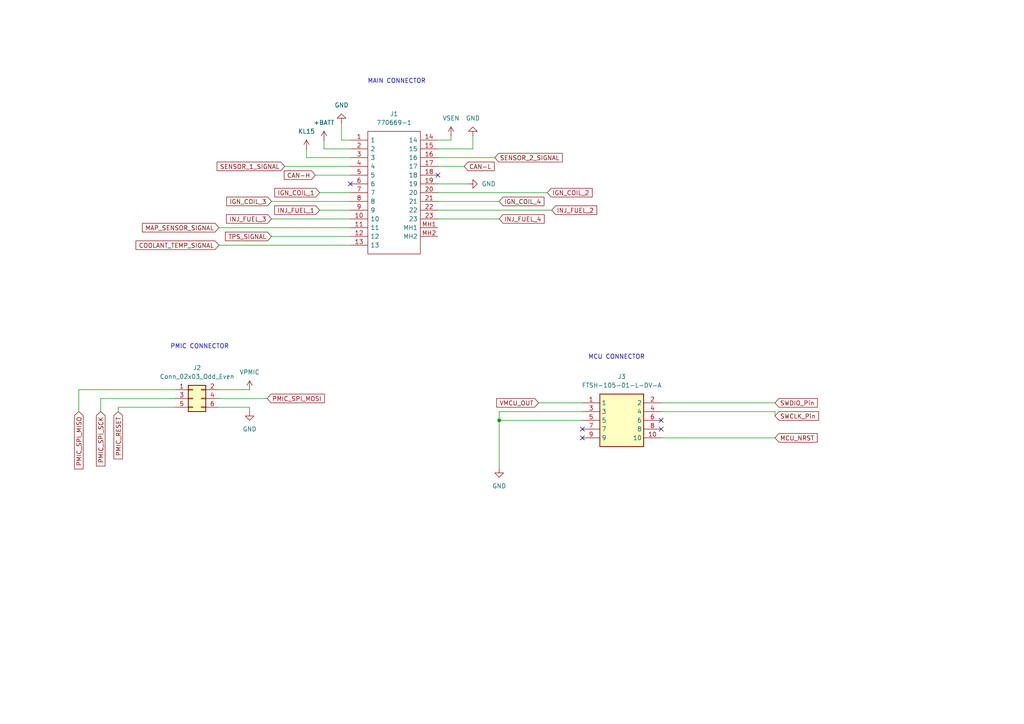
<source format=kicad_sch>
(kicad_sch
	(version 20250114)
	(generator "eeschema")
	(generator_version "9.0")
	(uuid "f02c414d-478f-4e74-af63-766c2d06aac9")
	(paper "A4")
	(lib_symbols
		(symbol "770669-1:770669-1"
			(pin_names
				(offset 0.762)
			)
			(exclude_from_sim no)
			(in_bom yes)
			(on_board yes)
			(property "Reference" "J"
				(at 21.59 7.62 0)
				(effects
					(font
						(size 1.27 1.27)
					)
					(justify left)
				)
			)
			(property "Value" "770669-1"
				(at 21.59 5.08 0)
				(effects
					(font
						(size 1.27 1.27)
					)
					(justify left)
				)
			)
			(property "Footprint" "7706691"
				(at 21.59 2.54 0)
				(effects
					(font
						(size 1.27 1.27)
					)
					(justify left)
					(hide yes)
				)
			)
			(property "Datasheet" "https://www.te.com/commerce/DocumentDelivery/DDEController?Action=srchrtrv&DocNm=1-1773979-2&DocType=Data%20Sheet&DocLang=English&PartCntxt=770669-1&DocFormat=pdf"
				(at 21.59 0 0)
				(effects
					(font
						(size 1.27 1.27)
					)
					(justify left)
					(hide yes)
				)
			)
			(property "Description" "Body Features: Connector & Keying Code 1 | Primary Product Color Black | Configuration Features: Number of Rows 3 | PCB Mount Orientation Right Angle | Number of Positions 23 | Contact Features: Contact Mating Area Plating Material Tin | Contact Current Rating (Max) 8 AMP | Contact Type Pin | Housing Features: Centerline (Pitch) 4 MM | Centerline (Pitch) .157 INCH | Industry Standards: UL Flammability Rating UL 94V-0 | Mechanical Attachment: PCB Mount Retention With | PCB Mount Alignment With | Connector Mo"
				(at 0 0 0)
				(effects
					(font
						(size 1.27 1.27)
					)
					(hide yes)
				)
			)
			(property "Description_1" "Body Features: Connector & Keying Code 1 | Primary Product Color Black | Configuration Features: Number of Rows 3 | PCB Mount Orientation Right Angle | Number of Positions 23 | Contact Features: Contact Mating Area Plating Material Tin | Contact Current Rating (Max) 8 AMP | Contact Type Pin | Housing Features: Centerline (Pitch) 4 MM | Centerline (Pitch) .157 INCH | Industry Standards: UL Flammability Rating UL 94V-0 | Mechanical Attachment: PCB Mount Retention With | PCB Mount Alignment With | Connector Mo"
				(at 21.59 -2.54 0)
				(effects
					(font
						(size 1.27 1.27)
					)
					(justify left)
					(hide yes)
				)
			)
			(property "Height" "32.3"
				(at 21.59 -5.08 0)
				(effects
					(font
						(size 1.27 1.27)
					)
					(justify left)
					(hide yes)
				)
			)
			(property "Mouser Part Number" "571-770669-1"
				(at 21.59 -7.62 0)
				(effects
					(font
						(size 1.27 1.27)
					)
					(justify left)
					(hide yes)
				)
			)
			(property "Mouser Price/Stock" "https://www.mouser.co.uk/ProductDetail/TE-Connectivity/770669-1?qs=bVE8zYB%2Fq2eQrARJAzxzTA%3D%3D"
				(at 21.59 -10.16 0)
				(effects
					(font
						(size 1.27 1.27)
					)
					(justify left)
					(hide yes)
				)
			)
			(property "Manufacturer_Name" "TE Connectivity"
				(at 21.59 -12.7 0)
				(effects
					(font
						(size 1.27 1.27)
					)
					(justify left)
					(hide yes)
				)
			)
			(property "Manufacturer_Part_Number" "770669-1"
				(at 21.59 -15.24 0)
				(effects
					(font
						(size 1.27 1.27)
					)
					(justify left)
					(hide yes)
				)
			)
			(symbol "770669-1_0_0"
				(pin passive line
					(at 0 0 0)
					(length 5.08)
					(name "1"
						(effects
							(font
								(size 1.27 1.27)
							)
						)
					)
					(number "1"
						(effects
							(font
								(size 1.27 1.27)
							)
						)
					)
				)
				(pin passive line
					(at 0 -2.54 0)
					(length 5.08)
					(name "2"
						(effects
							(font
								(size 1.27 1.27)
							)
						)
					)
					(number "2"
						(effects
							(font
								(size 1.27 1.27)
							)
						)
					)
				)
				(pin passive line
					(at 0 -5.08 0)
					(length 5.08)
					(name "3"
						(effects
							(font
								(size 1.27 1.27)
							)
						)
					)
					(number "3"
						(effects
							(font
								(size 1.27 1.27)
							)
						)
					)
				)
				(pin passive line
					(at 0 -7.62 0)
					(length 5.08)
					(name "4"
						(effects
							(font
								(size 1.27 1.27)
							)
						)
					)
					(number "4"
						(effects
							(font
								(size 1.27 1.27)
							)
						)
					)
				)
				(pin passive line
					(at 0 -10.16 0)
					(length 5.08)
					(name "5"
						(effects
							(font
								(size 1.27 1.27)
							)
						)
					)
					(number "5"
						(effects
							(font
								(size 1.27 1.27)
							)
						)
					)
				)
				(pin passive line
					(at 0 -12.7 0)
					(length 5.08)
					(name "6"
						(effects
							(font
								(size 1.27 1.27)
							)
						)
					)
					(number "6"
						(effects
							(font
								(size 1.27 1.27)
							)
						)
					)
				)
				(pin passive line
					(at 0 -15.24 0)
					(length 5.08)
					(name "7"
						(effects
							(font
								(size 1.27 1.27)
							)
						)
					)
					(number "7"
						(effects
							(font
								(size 1.27 1.27)
							)
						)
					)
				)
				(pin passive line
					(at 0 -17.78 0)
					(length 5.08)
					(name "8"
						(effects
							(font
								(size 1.27 1.27)
							)
						)
					)
					(number "8"
						(effects
							(font
								(size 1.27 1.27)
							)
						)
					)
				)
				(pin passive line
					(at 0 -20.32 0)
					(length 5.08)
					(name "9"
						(effects
							(font
								(size 1.27 1.27)
							)
						)
					)
					(number "9"
						(effects
							(font
								(size 1.27 1.27)
							)
						)
					)
				)
				(pin passive line
					(at 0 -22.86 0)
					(length 5.08)
					(name "10"
						(effects
							(font
								(size 1.27 1.27)
							)
						)
					)
					(number "10"
						(effects
							(font
								(size 1.27 1.27)
							)
						)
					)
				)
				(pin passive line
					(at 0 -25.4 0)
					(length 5.08)
					(name "11"
						(effects
							(font
								(size 1.27 1.27)
							)
						)
					)
					(number "11"
						(effects
							(font
								(size 1.27 1.27)
							)
						)
					)
				)
				(pin passive line
					(at 0 -27.94 0)
					(length 5.08)
					(name "12"
						(effects
							(font
								(size 1.27 1.27)
							)
						)
					)
					(number "12"
						(effects
							(font
								(size 1.27 1.27)
							)
						)
					)
				)
				(pin passive line
					(at 0 -30.48 0)
					(length 5.08)
					(name "13"
						(effects
							(font
								(size 1.27 1.27)
							)
						)
					)
					(number "13"
						(effects
							(font
								(size 1.27 1.27)
							)
						)
					)
				)
				(pin passive line
					(at 25.4 0 180)
					(length 5.08)
					(name "14"
						(effects
							(font
								(size 1.27 1.27)
							)
						)
					)
					(number "14"
						(effects
							(font
								(size 1.27 1.27)
							)
						)
					)
				)
				(pin passive line
					(at 25.4 -2.54 180)
					(length 5.08)
					(name "15"
						(effects
							(font
								(size 1.27 1.27)
							)
						)
					)
					(number "15"
						(effects
							(font
								(size 1.27 1.27)
							)
						)
					)
				)
				(pin passive line
					(at 25.4 -5.08 180)
					(length 5.08)
					(name "16"
						(effects
							(font
								(size 1.27 1.27)
							)
						)
					)
					(number "16"
						(effects
							(font
								(size 1.27 1.27)
							)
						)
					)
				)
				(pin passive line
					(at 25.4 -7.62 180)
					(length 5.08)
					(name "17"
						(effects
							(font
								(size 1.27 1.27)
							)
						)
					)
					(number "17"
						(effects
							(font
								(size 1.27 1.27)
							)
						)
					)
				)
				(pin passive line
					(at 25.4 -10.16 180)
					(length 5.08)
					(name "18"
						(effects
							(font
								(size 1.27 1.27)
							)
						)
					)
					(number "18"
						(effects
							(font
								(size 1.27 1.27)
							)
						)
					)
				)
				(pin passive line
					(at 25.4 -12.7 180)
					(length 5.08)
					(name "19"
						(effects
							(font
								(size 1.27 1.27)
							)
						)
					)
					(number "19"
						(effects
							(font
								(size 1.27 1.27)
							)
						)
					)
				)
				(pin passive line
					(at 25.4 -15.24 180)
					(length 5.08)
					(name "20"
						(effects
							(font
								(size 1.27 1.27)
							)
						)
					)
					(number "20"
						(effects
							(font
								(size 1.27 1.27)
							)
						)
					)
				)
				(pin passive line
					(at 25.4 -17.78 180)
					(length 5.08)
					(name "21"
						(effects
							(font
								(size 1.27 1.27)
							)
						)
					)
					(number "21"
						(effects
							(font
								(size 1.27 1.27)
							)
						)
					)
				)
				(pin passive line
					(at 25.4 -20.32 180)
					(length 5.08)
					(name "22"
						(effects
							(font
								(size 1.27 1.27)
							)
						)
					)
					(number "22"
						(effects
							(font
								(size 1.27 1.27)
							)
						)
					)
				)
				(pin passive line
					(at 25.4 -22.86 180)
					(length 5.08)
					(name "23"
						(effects
							(font
								(size 1.27 1.27)
							)
						)
					)
					(number "23"
						(effects
							(font
								(size 1.27 1.27)
							)
						)
					)
				)
				(pin passive line
					(at 25.4 -25.4 180)
					(length 5.08)
					(name "MH1"
						(effects
							(font
								(size 1.27 1.27)
							)
						)
					)
					(number "MH1"
						(effects
							(font
								(size 1.27 1.27)
							)
						)
					)
				)
				(pin passive line
					(at 25.4 -27.94 180)
					(length 5.08)
					(name "MH2"
						(effects
							(font
								(size 1.27 1.27)
							)
						)
					)
					(number "MH2"
						(effects
							(font
								(size 1.27 1.27)
							)
						)
					)
				)
			)
			(symbol "770669-1_0_1"
				(polyline
					(pts
						(xy 5.08 2.54) (xy 20.32 2.54) (xy 20.32 -33.02) (xy 5.08 -33.02) (xy 5.08 2.54)
					)
					(stroke
						(width 0.1524)
						(type solid)
					)
					(fill
						(type none)
					)
				)
			)
			(embedded_fonts no)
		)
		(symbol "Connector_Generic:Conn_02x03_Odd_Even"
			(pin_names
				(offset 1.016)
				(hide yes)
			)
			(exclude_from_sim no)
			(in_bom yes)
			(on_board yes)
			(property "Reference" "J"
				(at 1.27 5.08 0)
				(effects
					(font
						(size 1.27 1.27)
					)
				)
			)
			(property "Value" "Conn_02x03_Odd_Even"
				(at 1.27 -5.08 0)
				(effects
					(font
						(size 1.27 1.27)
					)
				)
			)
			(property "Footprint" ""
				(at 0 0 0)
				(effects
					(font
						(size 1.27 1.27)
					)
					(hide yes)
				)
			)
			(property "Datasheet" "~"
				(at 0 0 0)
				(effects
					(font
						(size 1.27 1.27)
					)
					(hide yes)
				)
			)
			(property "Description" "Generic connector, double row, 02x03, odd/even pin numbering scheme (row 1 odd numbers, row 2 even numbers), script generated (kicad-library-utils/schlib/autogen/connector/)"
				(at 0 0 0)
				(effects
					(font
						(size 1.27 1.27)
					)
					(hide yes)
				)
			)
			(property "ki_keywords" "connector"
				(at 0 0 0)
				(effects
					(font
						(size 1.27 1.27)
					)
					(hide yes)
				)
			)
			(property "ki_fp_filters" "Connector*:*_2x??_*"
				(at 0 0 0)
				(effects
					(font
						(size 1.27 1.27)
					)
					(hide yes)
				)
			)
			(symbol "Conn_02x03_Odd_Even_1_1"
				(rectangle
					(start -1.27 3.81)
					(end 3.81 -3.81)
					(stroke
						(width 0.254)
						(type default)
					)
					(fill
						(type background)
					)
				)
				(rectangle
					(start -1.27 2.667)
					(end 0 2.413)
					(stroke
						(width 0.1524)
						(type default)
					)
					(fill
						(type none)
					)
				)
				(rectangle
					(start -1.27 0.127)
					(end 0 -0.127)
					(stroke
						(width 0.1524)
						(type default)
					)
					(fill
						(type none)
					)
				)
				(rectangle
					(start -1.27 -2.413)
					(end 0 -2.667)
					(stroke
						(width 0.1524)
						(type default)
					)
					(fill
						(type none)
					)
				)
				(rectangle
					(start 3.81 2.667)
					(end 2.54 2.413)
					(stroke
						(width 0.1524)
						(type default)
					)
					(fill
						(type none)
					)
				)
				(rectangle
					(start 3.81 0.127)
					(end 2.54 -0.127)
					(stroke
						(width 0.1524)
						(type default)
					)
					(fill
						(type none)
					)
				)
				(rectangle
					(start 3.81 -2.413)
					(end 2.54 -2.667)
					(stroke
						(width 0.1524)
						(type default)
					)
					(fill
						(type none)
					)
				)
				(pin passive line
					(at -5.08 2.54 0)
					(length 3.81)
					(name "Pin_1"
						(effects
							(font
								(size 1.27 1.27)
							)
						)
					)
					(number "1"
						(effects
							(font
								(size 1.27 1.27)
							)
						)
					)
				)
				(pin passive line
					(at -5.08 0 0)
					(length 3.81)
					(name "Pin_3"
						(effects
							(font
								(size 1.27 1.27)
							)
						)
					)
					(number "3"
						(effects
							(font
								(size 1.27 1.27)
							)
						)
					)
				)
				(pin passive line
					(at -5.08 -2.54 0)
					(length 3.81)
					(name "Pin_5"
						(effects
							(font
								(size 1.27 1.27)
							)
						)
					)
					(number "5"
						(effects
							(font
								(size 1.27 1.27)
							)
						)
					)
				)
				(pin passive line
					(at 7.62 2.54 180)
					(length 3.81)
					(name "Pin_2"
						(effects
							(font
								(size 1.27 1.27)
							)
						)
					)
					(number "2"
						(effects
							(font
								(size 1.27 1.27)
							)
						)
					)
				)
				(pin passive line
					(at 7.62 0 180)
					(length 3.81)
					(name "Pin_4"
						(effects
							(font
								(size 1.27 1.27)
							)
						)
					)
					(number "4"
						(effects
							(font
								(size 1.27 1.27)
							)
						)
					)
				)
				(pin passive line
					(at 7.62 -2.54 180)
					(length 3.81)
					(name "Pin_6"
						(effects
							(font
								(size 1.27 1.27)
							)
						)
					)
					(number "6"
						(effects
							(font
								(size 1.27 1.27)
							)
						)
					)
				)
			)
			(embedded_fonts no)
		)
		(symbol "FTSH-105-01-L-DV-A:FTSH-105-01-L-DV-A"
			(exclude_from_sim no)
			(in_bom yes)
			(on_board yes)
			(property "Reference" "J"
				(at 19.05 7.62 0)
				(effects
					(font
						(size 1.27 1.27)
					)
					(justify left top)
				)
			)
			(property "Value" "FTSH-105-01-L-DV-A"
				(at 19.05 5.08 0)
				(effects
					(font
						(size 1.27 1.27)
					)
					(justify left top)
				)
			)
			(property "Footprint" "FTSH-105-XX-YYY-DV-A"
				(at 19.05 -94.92 0)
				(effects
					(font
						(size 1.27 1.27)
					)
					(justify left top)
					(hide yes)
				)
			)
			(property "Datasheet" "http://suddendocs.samtec.com/prints/ftsh-1xx-xx-xxx-dv-xxx-xxx-mkt.pdf"
				(at 19.05 -194.92 0)
				(effects
					(font
						(size 1.27 1.27)
					)
					(justify left top)
					(hide yes)
				)
			)
			(property "Description" "10 Position, High Reliability Header Strips, 0.050&quot; pitch"
				(at 0 0 0)
				(effects
					(font
						(size 1.27 1.27)
					)
					(hide yes)
				)
			)
			(property "Height" ""
				(at 19.05 -394.92 0)
				(effects
					(font
						(size 1.27 1.27)
					)
					(justify left top)
					(hide yes)
				)
			)
			(property "Mouser Part Number" "200-FTSH10501LDVA"
				(at 19.05 -494.92 0)
				(effects
					(font
						(size 1.27 1.27)
					)
					(justify left top)
					(hide yes)
				)
			)
			(property "Mouser Price/Stock" "https://www.mouser.co.uk/ProductDetail/Samtec/FTSH-105-01-L-DV-A?qs=vqM95g%252BRBeykLJELFbssPw%3D%3D"
				(at 19.05 -594.92 0)
				(effects
					(font
						(size 1.27 1.27)
					)
					(justify left top)
					(hide yes)
				)
			)
			(property "Manufacturer_Name" "SAMTEC"
				(at 19.05 -694.92 0)
				(effects
					(font
						(size 1.27 1.27)
					)
					(justify left top)
					(hide yes)
				)
			)
			(property "Manufacturer_Part_Number" "FTSH-105-01-L-DV-A"
				(at 19.05 -794.92 0)
				(effects
					(font
						(size 1.27 1.27)
					)
					(justify left top)
					(hide yes)
				)
			)
			(symbol "FTSH-105-01-L-DV-A_1_1"
				(rectangle
					(start 5.08 2.54)
					(end 17.78 -12.7)
					(stroke
						(width 0.254)
						(type default)
					)
					(fill
						(type background)
					)
				)
				(pin passive line
					(at 0 0 0)
					(length 5.08)
					(name "1"
						(effects
							(font
								(size 1.27 1.27)
							)
						)
					)
					(number "1"
						(effects
							(font
								(size 1.27 1.27)
							)
						)
					)
				)
				(pin passive line
					(at 0 -2.54 0)
					(length 5.08)
					(name "3"
						(effects
							(font
								(size 1.27 1.27)
							)
						)
					)
					(number "3"
						(effects
							(font
								(size 1.27 1.27)
							)
						)
					)
				)
				(pin passive line
					(at 0 -5.08 0)
					(length 5.08)
					(name "5"
						(effects
							(font
								(size 1.27 1.27)
							)
						)
					)
					(number "5"
						(effects
							(font
								(size 1.27 1.27)
							)
						)
					)
				)
				(pin passive line
					(at 0 -7.62 0)
					(length 5.08)
					(name "7"
						(effects
							(font
								(size 1.27 1.27)
							)
						)
					)
					(number "7"
						(effects
							(font
								(size 1.27 1.27)
							)
						)
					)
				)
				(pin passive line
					(at 0 -10.16 0)
					(length 5.08)
					(name "9"
						(effects
							(font
								(size 1.27 1.27)
							)
						)
					)
					(number "9"
						(effects
							(font
								(size 1.27 1.27)
							)
						)
					)
				)
				(pin passive line
					(at 22.86 0 180)
					(length 5.08)
					(name "2"
						(effects
							(font
								(size 1.27 1.27)
							)
						)
					)
					(number "2"
						(effects
							(font
								(size 1.27 1.27)
							)
						)
					)
				)
				(pin passive line
					(at 22.86 -2.54 180)
					(length 5.08)
					(name "4"
						(effects
							(font
								(size 1.27 1.27)
							)
						)
					)
					(number "4"
						(effects
							(font
								(size 1.27 1.27)
							)
						)
					)
				)
				(pin passive line
					(at 22.86 -5.08 180)
					(length 5.08)
					(name "6"
						(effects
							(font
								(size 1.27 1.27)
							)
						)
					)
					(number "6"
						(effects
							(font
								(size 1.27 1.27)
							)
						)
					)
				)
				(pin passive line
					(at 22.86 -7.62 180)
					(length 5.08)
					(name "8"
						(effects
							(font
								(size 1.27 1.27)
							)
						)
					)
					(number "8"
						(effects
							(font
								(size 1.27 1.27)
							)
						)
					)
				)
				(pin passive line
					(at 22.86 -10.16 180)
					(length 5.08)
					(name "10"
						(effects
							(font
								(size 1.27 1.27)
							)
						)
					)
					(number "10"
						(effects
							(font
								(size 1.27 1.27)
							)
						)
					)
				)
			)
			(embedded_fonts no)
		)
		(symbol "power:+5V"
			(power)
			(pin_numbers
				(hide yes)
			)
			(pin_names
				(offset 0)
				(hide yes)
			)
			(exclude_from_sim no)
			(in_bom yes)
			(on_board yes)
			(property "Reference" "#PWR"
				(at 0 -3.81 0)
				(effects
					(font
						(size 1.27 1.27)
					)
					(hide yes)
				)
			)
			(property "Value" "+5V"
				(at 0 3.556 0)
				(effects
					(font
						(size 1.27 1.27)
					)
				)
			)
			(property "Footprint" ""
				(at 0 0 0)
				(effects
					(font
						(size 1.27 1.27)
					)
					(hide yes)
				)
			)
			(property "Datasheet" ""
				(at 0 0 0)
				(effects
					(font
						(size 1.27 1.27)
					)
					(hide yes)
				)
			)
			(property "Description" "Power symbol creates a global label with name \"+5V\""
				(at 0 0 0)
				(effects
					(font
						(size 1.27 1.27)
					)
					(hide yes)
				)
			)
			(property "ki_keywords" "global power"
				(at 0 0 0)
				(effects
					(font
						(size 1.27 1.27)
					)
					(hide yes)
				)
			)
			(symbol "+5V_0_1"
				(polyline
					(pts
						(xy -0.762 1.27) (xy 0 2.54)
					)
					(stroke
						(width 0)
						(type default)
					)
					(fill
						(type none)
					)
				)
				(polyline
					(pts
						(xy 0 2.54) (xy 0.762 1.27)
					)
					(stroke
						(width 0)
						(type default)
					)
					(fill
						(type none)
					)
				)
				(polyline
					(pts
						(xy 0 0) (xy 0 2.54)
					)
					(stroke
						(width 0)
						(type default)
					)
					(fill
						(type none)
					)
				)
			)
			(symbol "+5V_1_1"
				(pin power_in line
					(at 0 0 90)
					(length 0)
					(name "~"
						(effects
							(font
								(size 1.27 1.27)
							)
						)
					)
					(number "1"
						(effects
							(font
								(size 1.27 1.27)
							)
						)
					)
				)
			)
			(embedded_fonts no)
		)
		(symbol "power:+5VP"
			(power)
			(pin_numbers
				(hide yes)
			)
			(pin_names
				(offset 0)
				(hide yes)
			)
			(exclude_from_sim no)
			(in_bom yes)
			(on_board yes)
			(property "Reference" "#PWR"
				(at 0 -3.81 0)
				(effects
					(font
						(size 1.27 1.27)
					)
					(hide yes)
				)
			)
			(property "Value" "+5VP"
				(at 0 3.556 0)
				(effects
					(font
						(size 1.27 1.27)
					)
				)
			)
			(property "Footprint" ""
				(at 0 0 0)
				(effects
					(font
						(size 1.27 1.27)
					)
					(hide yes)
				)
			)
			(property "Datasheet" ""
				(at 0 0 0)
				(effects
					(font
						(size 1.27 1.27)
					)
					(hide yes)
				)
			)
			(property "Description" "Power symbol creates a global label with name \"+5VP\""
				(at 0 0 0)
				(effects
					(font
						(size 1.27 1.27)
					)
					(hide yes)
				)
			)
			(property "ki_keywords" "global power"
				(at 0 0 0)
				(effects
					(font
						(size 1.27 1.27)
					)
					(hide yes)
				)
			)
			(symbol "+5VP_0_1"
				(polyline
					(pts
						(xy -0.762 1.27) (xy 0 2.54)
					)
					(stroke
						(width 0)
						(type default)
					)
					(fill
						(type none)
					)
				)
				(polyline
					(pts
						(xy 0 2.54) (xy 0.762 1.27)
					)
					(stroke
						(width 0)
						(type default)
					)
					(fill
						(type none)
					)
				)
				(polyline
					(pts
						(xy 0 0) (xy 0 2.54)
					)
					(stroke
						(width 0)
						(type default)
					)
					(fill
						(type none)
					)
				)
			)
			(symbol "+5VP_1_1"
				(pin power_in line
					(at 0 0 90)
					(length 0)
					(name "~"
						(effects
							(font
								(size 1.27 1.27)
							)
						)
					)
					(number "1"
						(effects
							(font
								(size 1.27 1.27)
							)
						)
					)
				)
			)
			(embedded_fonts no)
		)
		(symbol "power:+BATT"
			(power)
			(pin_numbers
				(hide yes)
			)
			(pin_names
				(offset 0)
				(hide yes)
			)
			(exclude_from_sim no)
			(in_bom yes)
			(on_board yes)
			(property "Reference" "#PWR"
				(at 0 -3.81 0)
				(effects
					(font
						(size 1.27 1.27)
					)
					(hide yes)
				)
			)
			(property "Value" "+BATT"
				(at 0 3.556 0)
				(effects
					(font
						(size 1.27 1.27)
					)
				)
			)
			(property "Footprint" ""
				(at 0 0 0)
				(effects
					(font
						(size 1.27 1.27)
					)
					(hide yes)
				)
			)
			(property "Datasheet" ""
				(at 0 0 0)
				(effects
					(font
						(size 1.27 1.27)
					)
					(hide yes)
				)
			)
			(property "Description" "Power symbol creates a global label with name \"+BATT\""
				(at 0 0 0)
				(effects
					(font
						(size 1.27 1.27)
					)
					(hide yes)
				)
			)
			(property "ki_keywords" "global power battery"
				(at 0 0 0)
				(effects
					(font
						(size 1.27 1.27)
					)
					(hide yes)
				)
			)
			(symbol "+BATT_0_1"
				(polyline
					(pts
						(xy -0.762 1.27) (xy 0 2.54)
					)
					(stroke
						(width 0)
						(type default)
					)
					(fill
						(type none)
					)
				)
				(polyline
					(pts
						(xy 0 2.54) (xy 0.762 1.27)
					)
					(stroke
						(width 0)
						(type default)
					)
					(fill
						(type none)
					)
				)
				(polyline
					(pts
						(xy 0 0) (xy 0 2.54)
					)
					(stroke
						(width 0)
						(type default)
					)
					(fill
						(type none)
					)
				)
			)
			(symbol "+BATT_1_1"
				(pin power_in line
					(at 0 0 90)
					(length 0)
					(name "~"
						(effects
							(font
								(size 1.27 1.27)
							)
						)
					)
					(number "1"
						(effects
							(font
								(size 1.27 1.27)
							)
						)
					)
				)
			)
			(embedded_fonts no)
		)
		(symbol "power:+VSW"
			(power)
			(pin_numbers
				(hide yes)
			)
			(pin_names
				(offset 0)
				(hide yes)
			)
			(exclude_from_sim no)
			(in_bom yes)
			(on_board yes)
			(property "Reference" "#PWR"
				(at 0 -3.81 0)
				(effects
					(font
						(size 1.27 1.27)
					)
					(hide yes)
				)
			)
			(property "Value" "+VSW"
				(at 0 3.556 0)
				(effects
					(font
						(size 1.27 1.27)
					)
				)
			)
			(property "Footprint" ""
				(at 0 0 0)
				(effects
					(font
						(size 1.27 1.27)
					)
					(hide yes)
				)
			)
			(property "Datasheet" ""
				(at 0 0 0)
				(effects
					(font
						(size 1.27 1.27)
					)
					(hide yes)
				)
			)
			(property "Description" "Power symbol creates a global label with name \"+VSW\""
				(at 0 0 0)
				(effects
					(font
						(size 1.27 1.27)
					)
					(hide yes)
				)
			)
			(property "ki_keywords" "global power"
				(at 0 0 0)
				(effects
					(font
						(size 1.27 1.27)
					)
					(hide yes)
				)
			)
			(symbol "+VSW_0_1"
				(polyline
					(pts
						(xy -0.762 1.27) (xy 0 2.54)
					)
					(stroke
						(width 0)
						(type default)
					)
					(fill
						(type none)
					)
				)
				(polyline
					(pts
						(xy 0 2.54) (xy 0.762 1.27)
					)
					(stroke
						(width 0)
						(type default)
					)
					(fill
						(type none)
					)
				)
				(polyline
					(pts
						(xy 0 0) (xy 0 2.54)
					)
					(stroke
						(width 0)
						(type default)
					)
					(fill
						(type none)
					)
				)
			)
			(symbol "+VSW_1_1"
				(pin power_in line
					(at 0 0 90)
					(length 0)
					(name "~"
						(effects
							(font
								(size 1.27 1.27)
							)
						)
					)
					(number "1"
						(effects
							(font
								(size 1.27 1.27)
							)
						)
					)
				)
			)
			(embedded_fonts no)
		)
		(symbol "power:GND"
			(power)
			(pin_numbers
				(hide yes)
			)
			(pin_names
				(offset 0)
				(hide yes)
			)
			(exclude_from_sim no)
			(in_bom yes)
			(on_board yes)
			(property "Reference" "#PWR"
				(at 0 -6.35 0)
				(effects
					(font
						(size 1.27 1.27)
					)
					(hide yes)
				)
			)
			(property "Value" "GND"
				(at 0 -3.81 0)
				(effects
					(font
						(size 1.27 1.27)
					)
				)
			)
			(property "Footprint" ""
				(at 0 0 0)
				(effects
					(font
						(size 1.27 1.27)
					)
					(hide yes)
				)
			)
			(property "Datasheet" ""
				(at 0 0 0)
				(effects
					(font
						(size 1.27 1.27)
					)
					(hide yes)
				)
			)
			(property "Description" "Power symbol creates a global label with name \"GND\" , ground"
				(at 0 0 0)
				(effects
					(font
						(size 1.27 1.27)
					)
					(hide yes)
				)
			)
			(property "ki_keywords" "global power"
				(at 0 0 0)
				(effects
					(font
						(size 1.27 1.27)
					)
					(hide yes)
				)
			)
			(symbol "GND_0_1"
				(polyline
					(pts
						(xy 0 0) (xy 0 -1.27) (xy 1.27 -1.27) (xy 0 -2.54) (xy -1.27 -1.27) (xy 0 -1.27)
					)
					(stroke
						(width 0)
						(type default)
					)
					(fill
						(type none)
					)
				)
			)
			(symbol "GND_1_1"
				(pin power_in line
					(at 0 0 270)
					(length 0)
					(name "~"
						(effects
							(font
								(size 1.27 1.27)
							)
						)
					)
					(number "1"
						(effects
							(font
								(size 1.27 1.27)
							)
						)
					)
				)
			)
			(embedded_fonts no)
		)
	)
	(text "MCU CONNECTOR"
		(exclude_from_sim no)
		(at 178.816 103.632 0)
		(effects
			(font
				(size 1.27 1.27)
			)
		)
		(uuid "bc7954ef-0bf8-4efc-8842-17d52ff7e556")
	)
	(text "MAIN CONNECTOR"
		(exclude_from_sim no)
		(at 115.062 23.622 0)
		(effects
			(font
				(size 1.27 1.27)
			)
		)
		(uuid "c96c824d-40ca-4d7c-909a-17f6e1bd04d7")
	)
	(text "PMIC CONNECTOR\n"
		(exclude_from_sim no)
		(at 57.912 100.584 0)
		(effects
			(font
				(size 1.27 1.27)
			)
		)
		(uuid "faeb858f-acd1-4be8-8cb2-56748658d65a")
	)
	(junction
		(at 144.78 121.92)
		(diameter 0)
		(color 0 0 0 0)
		(uuid "63501f38-a9af-4ac5-8962-b3094aa7ba96")
	)
	(no_connect
		(at 101.6 53.34)
		(uuid "17878b96-5d28-4416-9691-165160943325")
	)
	(no_connect
		(at 127 50.8)
		(uuid "1e45c45a-180d-4067-b563-d8501b1851e8")
	)
	(no_connect
		(at 168.91 124.46)
		(uuid "24f57882-c6f6-4a2d-8ae4-265a84d03d0e")
	)
	(no_connect
		(at 168.91 127)
		(uuid "3fec55fb-f212-401f-b946-54d4e93527ed")
	)
	(no_connect
		(at 191.77 124.46)
		(uuid "979ae37b-256f-4f13-b022-d5ad630d3f7c")
	)
	(no_connect
		(at 191.77 121.92)
		(uuid "af184b6d-fd31-412d-866b-a0422f30fa9e")
	)
	(wire
		(pts
			(xy 29.21 115.57) (xy 50.8 115.57)
		)
		(stroke
			(width 0)
			(type default)
		)
		(uuid "03d9fe2b-4f48-47dd-90f0-a054da548111")
	)
	(wire
		(pts
			(xy 99.06 40.64) (xy 101.6 40.64)
		)
		(stroke
			(width 0)
			(type default)
		)
		(uuid "09ffc6c5-4dc4-492c-9f46-2fab1fcebbeb")
	)
	(wire
		(pts
			(xy 88.9 45.72) (xy 101.6 45.72)
		)
		(stroke
			(width 0)
			(type default)
		)
		(uuid "126c3625-1c3d-4f9b-a650-e7d1f5954b78")
	)
	(wire
		(pts
			(xy 168.91 119.38) (xy 144.78 119.38)
		)
		(stroke
			(width 0)
			(type default)
		)
		(uuid "16f1f8a3-f6d1-41cb-af77-5529a2654001")
	)
	(wire
		(pts
			(xy 63.5 115.57) (xy 77.47 115.57)
		)
		(stroke
			(width 0)
			(type default)
		)
		(uuid "185e463d-dbe0-4ed0-afa2-d62db29591a0")
	)
	(wire
		(pts
			(xy 127 63.5) (xy 144.78 63.5)
		)
		(stroke
			(width 0)
			(type default)
		)
		(uuid "1e642b6c-8b78-416c-a420-05c4a3054986")
	)
	(wire
		(pts
			(xy 127 45.72) (xy 143.51 45.72)
		)
		(stroke
			(width 0)
			(type default)
		)
		(uuid "3509528f-75a8-4a83-a58e-953e9f5a052f")
	)
	(wire
		(pts
			(xy 63.5 118.11) (xy 72.39 118.11)
		)
		(stroke
			(width 0)
			(type default)
		)
		(uuid "378af4f1-8647-476e-b242-3fb69c018604")
	)
	(wire
		(pts
			(xy 130.81 40.64) (xy 130.81 39.37)
		)
		(stroke
			(width 0)
			(type default)
		)
		(uuid "402e7a40-500d-4575-821f-54132847c7ae")
	)
	(wire
		(pts
			(xy 191.77 127) (xy 224.79 127)
		)
		(stroke
			(width 0)
			(type default)
		)
		(uuid "47c1e989-64c3-4898-b2af-a51be7b910d5")
	)
	(wire
		(pts
			(xy 127 58.42) (xy 144.78 58.42)
		)
		(stroke
			(width 0)
			(type default)
		)
		(uuid "538478bf-a089-4495-827b-a201d2f5f479")
	)
	(wire
		(pts
			(xy 144.78 121.92) (xy 168.91 121.92)
		)
		(stroke
			(width 0)
			(type default)
		)
		(uuid "554561be-7d78-49b9-9d46-53056af4a19e")
	)
	(wire
		(pts
			(xy 191.77 119.38) (xy 224.79 119.38)
		)
		(stroke
			(width 0)
			(type default)
		)
		(uuid "55b3a590-85a6-44d7-ae17-9bfcd9385f5d")
	)
	(wire
		(pts
			(xy 92.71 60.96) (xy 101.6 60.96)
		)
		(stroke
			(width 0)
			(type default)
		)
		(uuid "5718affa-baf8-4f13-9c0d-d8a0df3fa616")
	)
	(wire
		(pts
			(xy 63.5 66.04) (xy 101.6 66.04)
		)
		(stroke
			(width 0)
			(type default)
		)
		(uuid "57e64fc4-d296-45d8-b8c4-1a03e70247a5")
	)
	(wire
		(pts
			(xy 88.9 43.18) (xy 88.9 45.72)
		)
		(stroke
			(width 0)
			(type default)
		)
		(uuid "5dec2386-dbad-4a96-9008-dba0b6f41046")
	)
	(wire
		(pts
			(xy 22.86 113.03) (xy 50.8 113.03)
		)
		(stroke
			(width 0)
			(type default)
		)
		(uuid "61a6ed42-a38d-4f48-8d4b-ea63d5ce83db")
	)
	(wire
		(pts
			(xy 34.29 118.11) (xy 50.8 118.11)
		)
		(stroke
			(width 0)
			(type default)
		)
		(uuid "63c4e84d-560d-4851-8eb9-9998e90c03c0")
	)
	(wire
		(pts
			(xy 78.74 63.5) (xy 101.6 63.5)
		)
		(stroke
			(width 0)
			(type default)
		)
		(uuid "6aa2dede-c438-4c0c-acc2-0ce8da1649c9")
	)
	(wire
		(pts
			(xy 72.39 119.38) (xy 72.39 118.11)
		)
		(stroke
			(width 0)
			(type default)
		)
		(uuid "6daee5fc-e11e-4c3e-b81c-817b4ee2534c")
	)
	(wire
		(pts
			(xy 78.74 58.42) (xy 101.6 58.42)
		)
		(stroke
			(width 0)
			(type default)
		)
		(uuid "79f5b11e-01ed-4942-904e-8c6122251408")
	)
	(wire
		(pts
			(xy 91.44 50.8) (xy 101.6 50.8)
		)
		(stroke
			(width 0)
			(type default)
		)
		(uuid "84cce617-be79-47d9-854a-77768871a3b8")
	)
	(wire
		(pts
			(xy 29.21 119.38) (xy 29.21 115.57)
		)
		(stroke
			(width 0)
			(type default)
		)
		(uuid "8a7a4731-0a8e-4e2c-9782-1281430e7685")
	)
	(wire
		(pts
			(xy 156.21 116.84) (xy 168.91 116.84)
		)
		(stroke
			(width 0)
			(type default)
		)
		(uuid "9386376b-6b63-489c-bdfc-6dfb9888beb8")
	)
	(wire
		(pts
			(xy 93.98 40.64) (xy 93.98 43.18)
		)
		(stroke
			(width 0)
			(type default)
		)
		(uuid "944216aa-8b02-4aae-b73b-83bf064a80ac")
	)
	(wire
		(pts
			(xy 93.98 43.18) (xy 101.6 43.18)
		)
		(stroke
			(width 0)
			(type default)
		)
		(uuid "99bfdd63-04d0-4e99-995d-81ff2d083707")
	)
	(wire
		(pts
			(xy 34.29 119.38) (xy 34.29 118.11)
		)
		(stroke
			(width 0)
			(type default)
		)
		(uuid "a1cd2177-8f95-452d-8e98-50de89fa01cd")
	)
	(wire
		(pts
			(xy 127 43.18) (xy 137.16 43.18)
		)
		(stroke
			(width 0)
			(type default)
		)
		(uuid "a6755b2d-3ebf-45b3-8b62-c96876279e01")
	)
	(wire
		(pts
			(xy 191.77 116.84) (xy 224.79 116.84)
		)
		(stroke
			(width 0)
			(type default)
		)
		(uuid "b1be30f9-7b4c-4ba7-b8c8-eb6945700f67")
	)
	(wire
		(pts
			(xy 137.16 43.18) (xy 137.16 39.37)
		)
		(stroke
			(width 0)
			(type default)
		)
		(uuid "b4fe7c1e-4f3b-4501-83bf-473df1a100fb")
	)
	(wire
		(pts
			(xy 127 53.34) (xy 135.89 53.34)
		)
		(stroke
			(width 0)
			(type default)
		)
		(uuid "b9047b72-b196-4034-84c7-4fee4a559514")
	)
	(wire
		(pts
			(xy 127 55.88) (xy 158.75 55.88)
		)
		(stroke
			(width 0)
			(type default)
		)
		(uuid "b9f2aea0-8bc3-493d-a179-9f5b7fea7c88")
	)
	(wire
		(pts
			(xy 99.06 35.56) (xy 99.06 40.64)
		)
		(stroke
			(width 0)
			(type default)
		)
		(uuid "c0192e3f-33bc-402b-8910-aaeb82a95b0c")
	)
	(wire
		(pts
			(xy 144.78 121.92) (xy 144.78 135.89)
		)
		(stroke
			(width 0)
			(type default)
		)
		(uuid "c17326df-9a9d-4465-88a1-9a9950d421a2")
	)
	(wire
		(pts
			(xy 127 60.96) (xy 160.02 60.96)
		)
		(stroke
			(width 0)
			(type default)
		)
		(uuid "c3ce1d60-5d0e-4b2b-9ee6-4b789019c029")
	)
	(wire
		(pts
			(xy 63.5 71.12) (xy 101.6 71.12)
		)
		(stroke
			(width 0)
			(type default)
		)
		(uuid "c9ea460e-a178-4e1a-8751-dcf8f4861d33")
	)
	(wire
		(pts
			(xy 82.55 48.26) (xy 101.6 48.26)
		)
		(stroke
			(width 0)
			(type default)
		)
		(uuid "ce43bbe7-9bcd-4eae-b876-8b6a04a496a1")
	)
	(wire
		(pts
			(xy 22.86 119.38) (xy 22.86 113.03)
		)
		(stroke
			(width 0)
			(type default)
		)
		(uuid "dd10c4af-e448-4ac7-b15c-68ec31a11271")
	)
	(wire
		(pts
			(xy 127 40.64) (xy 130.81 40.64)
		)
		(stroke
			(width 0)
			(type default)
		)
		(uuid "de7e8a98-2a52-4cab-ae28-5e68cb686d0c")
	)
	(wire
		(pts
			(xy 78.74 68.58) (xy 101.6 68.58)
		)
		(stroke
			(width 0)
			(type default)
		)
		(uuid "e4e8479c-7e52-42b8-a121-4f8af56c17d7")
	)
	(wire
		(pts
			(xy 127 48.26) (xy 134.62 48.26)
		)
		(stroke
			(width 0)
			(type default)
		)
		(uuid "e75d8c0a-63ce-4d1e-ac2e-80fd9c88717c")
	)
	(wire
		(pts
			(xy 224.79 119.38) (xy 224.79 120.65)
		)
		(stroke
			(width 0)
			(type default)
		)
		(uuid "e87948ac-984b-48e6-94d1-4971f618fd47")
	)
	(wire
		(pts
			(xy 92.71 55.88) (xy 101.6 55.88)
		)
		(stroke
			(width 0)
			(type default)
		)
		(uuid "f2462ef7-ee90-4195-8d12-4b5bf91fc4f9")
	)
	(wire
		(pts
			(xy 144.78 119.38) (xy 144.78 121.92)
		)
		(stroke
			(width 0)
			(type default)
		)
		(uuid "f789d9fa-86a9-4492-9425-0f158dfe64b5")
	)
	(wire
		(pts
			(xy 63.5 113.03) (xy 72.39 113.03)
		)
		(stroke
			(width 0)
			(type default)
		)
		(uuid "fbd307e4-e810-4b68-8dc3-e7726e2fab57")
	)
	(global_label "SENSOR_1_SIGNAL"
		(shape input)
		(at 82.55 48.26 180)
		(fields_autoplaced yes)
		(effects
			(font
				(size 1.27 1.27)
			)
			(justify right)
		)
		(uuid "22897da6-ec5c-4b5f-8d8c-7e57680b1361")
		(property "Intersheetrefs" "${INTERSHEET_REFS}"
			(at 62.3896 48.26 0)
			(effects
				(font
					(size 1.27 1.27)
				)
				(justify right)
				(hide yes)
			)
		)
	)
	(global_label "VMCU_OUT"
		(shape input)
		(at 156.21 116.84 180)
		(fields_autoplaced yes)
		(effects
			(font
				(size 1.27 1.27)
			)
			(justify right)
		)
		(uuid "26a96466-85f2-4d14-bd82-ce2b1047e12f")
		(property "Intersheetrefs" "${INTERSHEET_REFS}"
			(at 143.4881 116.84 0)
			(effects
				(font
					(size 1.27 1.27)
				)
				(justify right)
				(hide yes)
			)
		)
	)
	(global_label "INJ_FUEL_2"
		(shape input)
		(at 160.02 60.96 0)
		(fields_autoplaced yes)
		(effects
			(font
				(size 1.27 1.27)
			)
			(justify left)
		)
		(uuid "55eb51ca-10c1-432d-b75e-57123d039679")
		(property "Intersheetrefs" "${INTERSHEET_REFS}"
			(at 173.649 60.96 0)
			(effects
				(font
					(size 1.27 1.27)
				)
				(justify left)
				(hide yes)
			)
		)
	)
	(global_label "PMIC_SPI_MOSI"
		(shape input)
		(at 77.47 115.57 0)
		(fields_autoplaced yes)
		(effects
			(font
				(size 1.27 1.27)
			)
			(justify left)
		)
		(uuid "5c6b6855-9266-43a6-8199-373c495ba6af")
		(property "Intersheetrefs" "${INTERSHEET_REFS}"
			(at 94.6671 115.57 0)
			(effects
				(font
					(size 1.27 1.27)
				)
				(justify left)
				(hide yes)
			)
		)
	)
	(global_label "COOLANT_TEMP_SIGNAL"
		(shape input)
		(at 63.5 71.12 180)
		(fields_autoplaced yes)
		(effects
			(font
				(size 1.27 1.27)
			)
			(justify right)
		)
		(uuid "5cbae81e-4d97-4b05-a9ab-affc869fc4b9")
		(property "Intersheetrefs" "${INTERSHEET_REFS}"
			(at 51.141 71.12 0)
			(effects
				(font
					(size 1.27 1.27)
				)
				(justify right)
				(hide yes)
			)
		)
	)
	(global_label "IGN_COIL_2"
		(shape input)
		(at 158.75 55.88 0)
		(fields_autoplaced yes)
		(effects
			(font
				(size 1.27 1.27)
			)
			(justify left)
		)
		(uuid "5fcacdf0-e347-4dfd-b6bc-bc1dce6d47b5")
		(property "Intersheetrefs" "${INTERSHEET_REFS}"
			(at 172.3186 55.88 0)
			(effects
				(font
					(size 1.27 1.27)
				)
				(justify left)
				(hide yes)
			)
		)
	)
	(global_label "CAN-L"
		(shape input)
		(at 134.62 48.26 0)
		(fields_autoplaced yes)
		(effects
			(font
				(size 1.27 1.27)
			)
			(justify left)
		)
		(uuid "65215587-d5c0-4168-b1e4-efe90af67234")
		(property "Intersheetrefs" "${INTERSHEET_REFS}"
			(at 143.8948 48.26 0)
			(effects
				(font
					(size 1.27 1.27)
				)
				(justify left)
				(hide yes)
			)
		)
	)
	(global_label "SWDIO_Pin"
		(shape input)
		(at 224.79 116.84 0)
		(fields_autoplaced yes)
		(effects
			(font
				(size 1.27 1.27)
			)
			(justify left)
		)
		(uuid "6895bd5e-5d55-46cb-9022-062c2ddddc60")
		(property "Intersheetrefs" "${INTERSHEET_REFS}"
			(at 237.6328 116.84 0)
			(effects
				(font
					(size 1.27 1.27)
				)
				(justify left)
				(hide yes)
			)
		)
	)
	(global_label "PMIC_SPI_SCK"
		(shape input)
		(at 29.21 119.38 270)
		(fields_autoplaced yes)
		(effects
			(font
				(size 1.27 1.27)
			)
			(justify right)
		)
		(uuid "6cf0a808-0055-4d27-8698-1e300d5e9adb")
		(property "Intersheetrefs" "${INTERSHEET_REFS}"
			(at 29.21 135.7304 90)
			(effects
				(font
					(size 1.27 1.27)
				)
				(justify right)
				(hide yes)
			)
		)
	)
	(global_label "INJ_FUEL_4"
		(shape input)
		(at 144.78 63.5 0)
		(fields_autoplaced yes)
		(effects
			(font
				(size 1.27 1.27)
			)
			(justify left)
		)
		(uuid "731c1b3c-e3e9-4003-b49b-afc23a2f343c")
		(property "Intersheetrefs" "${INTERSHEET_REFS}"
			(at 158.409 63.5 0)
			(effects
				(font
					(size 1.27 1.27)
				)
				(justify left)
				(hide yes)
			)
		)
	)
	(global_label "INJ_FUEL_3"
		(shape input)
		(at 78.74 63.5 180)
		(fields_autoplaced yes)
		(effects
			(font
				(size 1.27 1.27)
			)
			(justify right)
		)
		(uuid "903b413b-c407-4467-92b5-759c747e6f2e")
		(property "Intersheetrefs" "${INTERSHEET_REFS}"
			(at 65.111 63.5 0)
			(effects
				(font
					(size 1.27 1.27)
				)
				(justify right)
				(hide yes)
			)
		)
	)
	(global_label "MCU_NRST"
		(shape input)
		(at 224.79 127 0)
		(fields_autoplaced yes)
		(effects
			(font
				(size 1.27 1.27)
			)
			(justify left)
		)
		(uuid "915e3ca8-d4a3-4fa5-b502-f65c369a1730")
		(property "Intersheetrefs" "${INTERSHEET_REFS}"
			(at 237.5723 127 0)
			(effects
				(font
					(size 1.27 1.27)
				)
				(justify left)
				(hide yes)
			)
		)
	)
	(global_label "IGN_COIL_4"
		(shape input)
		(at 144.78 58.42 0)
		(fields_autoplaced yes)
		(effects
			(font
				(size 1.27 1.27)
			)
			(justify left)
		)
		(uuid "9bc59f18-294e-4073-890a-7527c4db718b")
		(property "Intersheetrefs" "${INTERSHEET_REFS}"
			(at 158.3486 58.42 0)
			(effects
				(font
					(size 1.27 1.27)
				)
				(justify left)
				(hide yes)
			)
		)
	)
	(global_label "TPS_SIGNAL"
		(shape input)
		(at 78.74 68.58 180)
		(fields_autoplaced yes)
		(effects
			(font
				(size 1.27 1.27)
			)
			(justify right)
		)
		(uuid "a54b2943-379d-4630-aa44-43f506bb0853")
		(property "Intersheetrefs" "${INTERSHEET_REFS}"
			(at 66.381 68.58 0)
			(effects
				(font
					(size 1.27 1.27)
				)
				(justify right)
				(hide yes)
			)
		)
	)
	(global_label "PMIC_RESET"
		(shape input)
		(at 34.29 119.38 270)
		(fields_autoplaced yes)
		(effects
			(font
				(size 1.27 1.27)
			)
			(justify right)
		)
		(uuid "aa37e68a-71a0-4993-a3be-43138446c7e0")
		(property "Intersheetrefs" "${INTERSHEET_REFS}"
			(at 34.29 133.6741 90)
			(effects
				(font
					(size 1.27 1.27)
				)
				(justify right)
				(hide yes)
			)
		)
	)
	(global_label "SENSOR_2_SIGNAL"
		(shape input)
		(at 143.51 45.72 0)
		(fields_autoplaced yes)
		(effects
			(font
				(size 1.27 1.27)
			)
			(justify left)
		)
		(uuid "ab033507-0d51-4b22-81d4-63f365c884af")
		(property "Intersheetrefs" "${INTERSHEET_REFS}"
			(at 163.6704 45.72 0)
			(effects
				(font
					(size 1.27 1.27)
				)
				(justify left)
				(hide yes)
			)
		)
	)
	(global_label "MAP_SENSOR_SIGNAL"
		(shape input)
		(at 63.5 66.04 180)
		(fields_autoplaced yes)
		(effects
			(font
				(size 1.27 1.27)
			)
			(justify right)
		)
		(uuid "b1875e13-79d0-47e5-946f-ee4427751a91")
		(property "Intersheetrefs" "${INTERSHEET_REFS}"
			(at 51.141 66.04 0)
			(effects
				(font
					(size 1.27 1.27)
				)
				(justify right)
				(hide yes)
			)
		)
	)
	(global_label "SWCLK_Pin"
		(shape input)
		(at 224.79 120.65 0)
		(fields_autoplaced yes)
		(effects
			(font
				(size 1.27 1.27)
			)
			(justify left)
		)
		(uuid "bbc304ff-6266-48c9-894e-b8637b77f126")
		(property "Intersheetrefs" "${INTERSHEET_REFS}"
			(at 237.9956 120.65 0)
			(effects
				(font
					(size 1.27 1.27)
				)
				(justify left)
				(hide yes)
			)
		)
	)
	(global_label "PMIC_SPI_MISO"
		(shape input)
		(at 22.86 119.38 270)
		(fields_autoplaced yes)
		(effects
			(font
				(size 1.27 1.27)
			)
			(justify right)
		)
		(uuid "daa8b651-5de2-40ea-bc23-f522e51d3946")
		(property "Intersheetrefs" "${INTERSHEET_REFS}"
			(at 22.86 136.5771 90)
			(effects
				(font
					(size 1.27 1.27)
				)
				(justify right)
				(hide yes)
			)
		)
	)
	(global_label "IGN_COIL_1"
		(shape input)
		(at 92.71 55.88 180)
		(fields_autoplaced yes)
		(effects
			(font
				(size 1.27 1.27)
			)
			(justify right)
		)
		(uuid "ead0571c-505b-499d-ba9c-033b710e40e8")
		(property "Intersheetrefs" "${INTERSHEET_REFS}"
			(at 79.1414 55.88 0)
			(effects
				(font
					(size 1.27 1.27)
				)
				(justify right)
				(hide yes)
			)
		)
	)
	(global_label "CAN-H"
		(shape input)
		(at 91.44 50.8 180)
		(fields_autoplaced yes)
		(effects
			(font
				(size 1.27 1.27)
			)
			(justify right)
		)
		(uuid "ee49ce1b-0410-444a-a8f0-2ec5683de92c")
		(property "Intersheetrefs" "${INTERSHEET_REFS}"
			(at 81.8628 50.8 0)
			(effects
				(font
					(size 1.27 1.27)
				)
				(justify right)
				(hide yes)
			)
		)
	)
	(global_label "IGN_COIL_3"
		(shape input)
		(at 78.74 58.42 180)
		(fields_autoplaced yes)
		(effects
			(font
				(size 1.27 1.27)
			)
			(justify right)
		)
		(uuid "f211be93-1669-41c7-b55a-dfb995c699a9")
		(property "Intersheetrefs" "${INTERSHEET_REFS}"
			(at 65.1714 58.42 0)
			(effects
				(font
					(size 1.27 1.27)
				)
				(justify right)
				(hide yes)
			)
		)
	)
	(global_label "INJ_FUEL_1"
		(shape input)
		(at 92.71 60.96 180)
		(fields_autoplaced yes)
		(effects
			(font
				(size 1.27 1.27)
			)
			(justify right)
		)
		(uuid "fb431cd9-33ee-41e8-acf2-2f3f0686f98c")
		(property "Intersheetrefs" "${INTERSHEET_REFS}"
			(at 79.081 60.96 0)
			(effects
				(font
					(size 1.27 1.27)
				)
				(justify right)
				(hide yes)
			)
		)
	)
	(symbol
		(lib_id "power:+BATT")
		(at 93.98 40.64 0)
		(unit 1)
		(exclude_from_sim no)
		(in_bom yes)
		(on_board yes)
		(dnp no)
		(fields_autoplaced yes)
		(uuid "22722bca-58b6-4a19-8f75-a51834fcb879")
		(property "Reference" "#PWR068"
			(at 93.98 44.45 0)
			(effects
				(font
					(size 1.27 1.27)
				)
				(hide yes)
			)
		)
		(property "Value" "+BATT"
			(at 93.98 35.56 0)
			(effects
				(font
					(size 1.27 1.27)
				)
			)
		)
		(property "Footprint" ""
			(at 93.98 40.64 0)
			(effects
				(font
					(size 1.27 1.27)
				)
				(hide yes)
			)
		)
		(property "Datasheet" ""
			(at 93.98 40.64 0)
			(effects
				(font
					(size 1.27 1.27)
				)
				(hide yes)
			)
		)
		(property "Description" "Power symbol creates a global label with name \"+BATT\""
			(at 93.98 40.64 0)
			(effects
				(font
					(size 1.27 1.27)
				)
				(hide yes)
			)
		)
		(pin "1"
			(uuid "3005828f-72ad-46d5-94d6-8c9256f62d2e")
		)
		(instances
			(project "IgnitionController"
				(path "/96744ec0-1e7f-4d75-9985-0095978419e2/27bce65d-aace-450f-a5c6-7da7967f2b14"
					(reference "#PWR068")
					(unit 1)
				)
			)
		)
	)
	(symbol
		(lib_id "power:GND")
		(at 144.78 135.89 0)
		(unit 1)
		(exclude_from_sim no)
		(in_bom yes)
		(on_board yes)
		(dnp no)
		(fields_autoplaced yes)
		(uuid "321566b1-5b47-4aa4-8b7a-4fed0158e5fe")
		(property "Reference" "#PWR0134"
			(at 144.78 142.24 0)
			(effects
				(font
					(size 1.27 1.27)
				)
				(hide yes)
			)
		)
		(property "Value" "GND"
			(at 144.78 140.97 0)
			(effects
				(font
					(size 1.27 1.27)
				)
			)
		)
		(property "Footprint" ""
			(at 144.78 135.89 0)
			(effects
				(font
					(size 1.27 1.27)
				)
				(hide yes)
			)
		)
		(property "Datasheet" ""
			(at 144.78 135.89 0)
			(effects
				(font
					(size 1.27 1.27)
				)
				(hide yes)
			)
		)
		(property "Description" "Power symbol creates a global label with name \"GND\" , ground"
			(at 144.78 135.89 0)
			(effects
				(font
					(size 1.27 1.27)
				)
				(hide yes)
			)
		)
		(pin "1"
			(uuid "8db3b556-9be1-41fe-9ee5-2a1955037057")
		)
		(instances
			(project ""
				(path "/96744ec0-1e7f-4d75-9985-0095978419e2/27bce65d-aace-450f-a5c6-7da7967f2b14"
					(reference "#PWR0134")
					(unit 1)
				)
			)
		)
	)
	(symbol
		(lib_id "power:+5V")
		(at 130.81 39.37 0)
		(unit 1)
		(exclude_from_sim no)
		(in_bom yes)
		(on_board yes)
		(dnp no)
		(fields_autoplaced yes)
		(uuid "3e0b1964-2ebb-4a54-87b2-807572f7d190")
		(property "Reference" "#PWR081"
			(at 130.81 43.18 0)
			(effects
				(font
					(size 1.27 1.27)
				)
				(hide yes)
			)
		)
		(property "Value" "VSEN"
			(at 130.81 34.29 0)
			(effects
				(font
					(size 1.27 1.27)
				)
			)
		)
		(property "Footprint" ""
			(at 130.81 39.37 0)
			(effects
				(font
					(size 1.27 1.27)
				)
				(hide yes)
			)
		)
		(property "Datasheet" ""
			(at 130.81 39.37 0)
			(effects
				(font
					(size 1.27 1.27)
				)
				(hide yes)
			)
		)
		(property "Description" "Power symbol creates a global label with name \"+5V\""
			(at 130.81 39.37 0)
			(effects
				(font
					(size 1.27 1.27)
				)
				(hide yes)
			)
		)
		(pin "1"
			(uuid "f1280744-5b18-4e2d-a614-e1b5bcc8c8d5")
		)
		(instances
			(project "IgnitionController"
				(path "/96744ec0-1e7f-4d75-9985-0095978419e2/27bce65d-aace-450f-a5c6-7da7967f2b14"
					(reference "#PWR081")
					(unit 1)
				)
			)
		)
	)
	(symbol
		(lib_id "Connector_Generic:Conn_02x03_Odd_Even")
		(at 55.88 115.57 0)
		(unit 1)
		(exclude_from_sim no)
		(in_bom yes)
		(on_board yes)
		(dnp no)
		(fields_autoplaced yes)
		(uuid "4c4bdd86-d402-473e-91a3-820987b86302")
		(property "Reference" "J2"
			(at 57.15 106.68 0)
			(effects
				(font
					(size 1.27 1.27)
				)
			)
		)
		(property "Value" "Conn_02x03_Odd_Even"
			(at 57.15 109.22 0)
			(effects
				(font
					(size 1.27 1.27)
				)
			)
		)
		(property "Footprint" "Connector_IDC:IDC-Header_2x03_P2.54mm_Vertical"
			(at 55.88 115.57 0)
			(effects
				(font
					(size 1.27 1.27)
				)
				(hide yes)
			)
		)
		(property "Datasheet" "~"
			(at 55.88 115.57 0)
			(effects
				(font
					(size 1.27 1.27)
				)
				(hide yes)
			)
		)
		(property "Description" "Generic connector, double row, 02x03, odd/even pin numbering scheme (row 1 odd numbers, row 2 even numbers), script generated (kicad-library-utils/schlib/autogen/connector/)"
			(at 55.88 115.57 0)
			(effects
				(font
					(size 1.27 1.27)
				)
				(hide yes)
			)
		)
		(pin "5"
			(uuid "6f7743cf-6772-4f55-b701-37b8d0c6af45")
		)
		(pin "6"
			(uuid "f56c8269-75b1-4b31-bb17-81782df13643")
		)
		(pin "1"
			(uuid "2b2225d1-6154-4d9f-9eac-da0b97b61bbe")
		)
		(pin "2"
			(uuid "f9a10462-1d50-43d4-810d-c0f38a94be63")
		)
		(pin "3"
			(uuid "7e276e54-72a2-4a7f-a7e5-97fbb7d1e536")
		)
		(pin "4"
			(uuid "8ca03311-0c69-4233-b257-f6581535fedf")
		)
		(instances
			(project ""
				(path "/96744ec0-1e7f-4d75-9985-0095978419e2/27bce65d-aace-450f-a5c6-7da7967f2b14"
					(reference "J2")
					(unit 1)
				)
			)
		)
	)
	(symbol
		(lib_id "770669-1:770669-1")
		(at 101.6 40.64 0)
		(unit 1)
		(exclude_from_sim no)
		(in_bom yes)
		(on_board yes)
		(dnp no)
		(fields_autoplaced yes)
		(uuid "689fdf86-7614-4fb4-a62e-eb098e9b929d")
		(property "Reference" "J1"
			(at 114.3 33.02 0)
			(effects
				(font
					(size 1.27 1.27)
				)
			)
		)
		(property "Value" "770669-1"
			(at 114.3 35.56 0)
			(effects
				(font
					(size 1.27 1.27)
				)
			)
		)
		(property "Footprint" "7706691:7706691"
			(at 123.19 38.1 0)
			(effects
				(font
					(size 1.27 1.27)
				)
				(justify left)
				(hide yes)
			)
		)
		(property "Datasheet" "https://www.te.com/commerce/DocumentDelivery/DDEController?Action=srchrtrv&DocNm=1-1773979-2&DocType=Data%20Sheet&DocLang=English&PartCntxt=770669-1&DocFormat=pdf"
			(at 123.19 40.64 0)
			(effects
				(font
					(size 1.27 1.27)
				)
				(justify left)
				(hide yes)
			)
		)
		(property "Description" "Body Features: Connector & Keying Code 1 | Primary Product Color Black | Configuration Features: Number of Rows 3 | PCB Mount Orientation Right Angle | Number of Positions 23 | Contact Features: Contact Mating Area Plating Material Tin | Contact Current Rating (Max) 8 AMP | Contact Type Pin | Housing Features: Centerline (Pitch) 4 MM | Centerline (Pitch) .157 INCH | Industry Standards: UL Flammability Rating UL 94V-0 | Mechanical Attachment: PCB Mount Retention With | PCB Mount Alignment With | Connector Mo"
			(at 101.6 40.64 0)
			(effects
				(font
					(size 1.27 1.27)
				)
				(hide yes)
			)
		)
		(property "Description_1" "Body Features: Connector & Keying Code 1 | Primary Product Color Black | Configuration Features: Number of Rows 3 | PCB Mount Orientation Right Angle | Number of Positions 23 | Contact Features: Contact Mating Area Plating Material Tin | Contact Current Rating (Max) 8 AMP | Contact Type Pin | Housing Features: Centerline (Pitch) 4 MM | Centerline (Pitch) .157 INCH | Industry Standards: UL Flammability Rating UL 94V-0 | Mechanical Attachment: PCB Mount Retention With | PCB Mount Alignment With | Connector Mo"
			(at 123.19 43.18 0)
			(effects
				(font
					(size 1.27 1.27)
				)
				(justify left)
				(hide yes)
			)
		)
		(property "Height" "32.3"
			(at 123.19 45.72 0)
			(effects
				(font
					(size 1.27 1.27)
				)
				(justify left)
				(hide yes)
			)
		)
		(property "Mouser Part Number" "571-770669-1"
			(at 123.19 48.26 0)
			(effects
				(font
					(size 1.27 1.27)
				)
				(justify left)
				(hide yes)
			)
		)
		(property "Mouser Price/Stock" "https://www.mouser.co.uk/ProductDetail/TE-Connectivity/770669-1?qs=bVE8zYB%2Fq2eQrARJAzxzTA%3D%3D"
			(at 123.19 50.8 0)
			(effects
				(font
					(size 1.27 1.27)
				)
				(justify left)
				(hide yes)
			)
		)
		(property "Manufacturer_Name" "TE Connectivity"
			(at 123.19 53.34 0)
			(effects
				(font
					(size 1.27 1.27)
				)
				(justify left)
				(hide yes)
			)
		)
		(property "Manufacturer_Part_Number" "770669-1"
			(at 123.19 55.88 0)
			(effects
				(font
					(size 1.27 1.27)
				)
				(justify left)
				(hide yes)
			)
		)
		(pin "14"
			(uuid "660321dc-995d-4135-adc9-c933dc27b241")
		)
		(pin "21"
			(uuid "79943d5e-57f4-4331-bbf5-15ec812cbfbb")
		)
		(pin "23"
			(uuid "4cc6f6be-d4be-4634-a8b4-225f9e2eba01")
		)
		(pin "MH2"
			(uuid "40dfb0e1-8358-491a-b3b0-22312700078d")
		)
		(pin "1"
			(uuid "90ac998e-8913-4490-8941-fd88861728b7")
		)
		(pin "9"
			(uuid "1dada0c0-973a-4140-8168-ac671191f2a5")
		)
		(pin "2"
			(uuid "a0f9c108-e23a-4eb7-90b9-35081f15dbff")
		)
		(pin "8"
			(uuid "72c885ed-bddd-4841-9251-72240f3bf0be")
		)
		(pin "10"
			(uuid "a1eebdfa-b3dc-48da-b5e4-998f5249d9fc")
		)
		(pin "11"
			(uuid "b4b9f400-c23d-4a54-a515-f004d29eebd1")
		)
		(pin "4"
			(uuid "65df04e3-b5ee-4e33-ad9b-39d1701e5996")
		)
		(pin "5"
			(uuid "25639d9b-9859-45e3-9582-b9257429e199")
		)
		(pin "13"
			(uuid "a31855f1-98be-4f40-9dc7-df1244d279ab")
		)
		(pin "15"
			(uuid "d57af14e-d030-4aac-a014-796271549714")
		)
		(pin "18"
			(uuid "e2d3f955-084c-4124-aa17-134d5e293309")
		)
		(pin "20"
			(uuid "b1e72c3c-4c35-403e-8f75-50a5d9d3773c")
		)
		(pin "7"
			(uuid "fb5f464d-9131-43a5-8aed-e14f5e63dd06")
		)
		(pin "17"
			(uuid "20629928-390a-4932-b8b2-8d1a3169bda8")
		)
		(pin "3"
			(uuid "8a974780-7836-4b3a-b738-3b01fe6e72d7")
		)
		(pin "12"
			(uuid "e1ddb8c0-9ff7-4596-a8f5-16dd41d285a5")
		)
		(pin "16"
			(uuid "fe47926b-880d-4794-aadd-4b3f8d5150a3")
		)
		(pin "6"
			(uuid "69b419be-8292-4825-b019-d49d254d25ed")
		)
		(pin "19"
			(uuid "47d4f7fa-db18-4899-b5db-a76f36020ff2")
		)
		(pin "22"
			(uuid "65c11e0c-d9e8-4ef5-83fc-2d6b9b2e915a")
		)
		(pin "MH1"
			(uuid "a2981ab9-80ce-42f0-b31a-cfcaa1071f7e")
		)
		(instances
			(project ""
				(path "/96744ec0-1e7f-4d75-9985-0095978419e2/27bce65d-aace-450f-a5c6-7da7967f2b14"
					(reference "J1")
					(unit 1)
				)
			)
		)
	)
	(symbol
		(lib_id "power:GND")
		(at 99.06 35.56 180)
		(unit 1)
		(exclude_from_sim no)
		(in_bom yes)
		(on_board yes)
		(dnp no)
		(fields_autoplaced yes)
		(uuid "7b11fdc5-dff1-470b-975a-6572b06fc497")
		(property "Reference" "#PWR067"
			(at 99.06 29.21 0)
			(effects
				(font
					(size 1.27 1.27)
				)
				(hide yes)
			)
		)
		(property "Value" "GND"
			(at 99.06 30.48 0)
			(effects
				(font
					(size 1.27 1.27)
				)
			)
		)
		(property "Footprint" ""
			(at 99.06 35.56 0)
			(effects
				(font
					(size 1.27 1.27)
				)
				(hide yes)
			)
		)
		(property "Datasheet" ""
			(at 99.06 35.56 0)
			(effects
				(font
					(size 1.27 1.27)
				)
				(hide yes)
			)
		)
		(property "Description" "Power symbol creates a global label with name \"GND\" , ground"
			(at 99.06 35.56 0)
			(effects
				(font
					(size 1.27 1.27)
				)
				(hide yes)
			)
		)
		(pin "1"
			(uuid "8ae642e2-ce8c-4d13-a27e-dff15575fdf4")
		)
		(instances
			(project ""
				(path "/96744ec0-1e7f-4d75-9985-0095978419e2/27bce65d-aace-450f-a5c6-7da7967f2b14"
					(reference "#PWR067")
					(unit 1)
				)
			)
		)
	)
	(symbol
		(lib_id "power:+5VP")
		(at 72.39 113.03 0)
		(unit 1)
		(exclude_from_sim no)
		(in_bom yes)
		(on_board yes)
		(dnp no)
		(fields_autoplaced yes)
		(uuid "947dc208-a1a0-43a0-b770-861bd0a40221")
		(property "Reference" "#PWR0132"
			(at 72.39 116.84 0)
			(effects
				(font
					(size 1.27 1.27)
				)
				(hide yes)
			)
		)
		(property "Value" "VPMIC"
			(at 72.39 107.95 0)
			(effects
				(font
					(size 1.27 1.27)
				)
			)
		)
		(property "Footprint" ""
			(at 72.39 113.03 0)
			(effects
				(font
					(size 1.27 1.27)
				)
				(hide yes)
			)
		)
		(property "Datasheet" ""
			(at 72.39 113.03 0)
			(effects
				(font
					(size 1.27 1.27)
				)
				(hide yes)
			)
		)
		(property "Description" "Power symbol creates a global label with name \"+5VP\""
			(at 72.39 113.03 0)
			(effects
				(font
					(size 1.27 1.27)
				)
				(hide yes)
			)
		)
		(pin "1"
			(uuid "36234b06-62b0-4c61-9574-54e9dbaaf730")
		)
		(instances
			(project "IgnitionController"
				(path "/96744ec0-1e7f-4d75-9985-0095978419e2/27bce65d-aace-450f-a5c6-7da7967f2b14"
					(reference "#PWR0132")
					(unit 1)
				)
			)
		)
	)
	(symbol
		(lib_id "power:GND")
		(at 137.16 39.37 180)
		(unit 1)
		(exclude_from_sim no)
		(in_bom yes)
		(on_board yes)
		(dnp no)
		(fields_autoplaced yes)
		(uuid "a9f002b0-8269-47d3-a434-db59c3fa959b")
		(property "Reference" "#PWR091"
			(at 137.16 33.02 0)
			(effects
				(font
					(size 1.27 1.27)
				)
				(hide yes)
			)
		)
		(property "Value" "GND"
			(at 137.16 34.29 0)
			(effects
				(font
					(size 1.27 1.27)
				)
			)
		)
		(property "Footprint" ""
			(at 137.16 39.37 0)
			(effects
				(font
					(size 1.27 1.27)
				)
				(hide yes)
			)
		)
		(property "Datasheet" ""
			(at 137.16 39.37 0)
			(effects
				(font
					(size 1.27 1.27)
				)
				(hide yes)
			)
		)
		(property "Description" "Power symbol creates a global label with name \"GND\" , ground"
			(at 137.16 39.37 0)
			(effects
				(font
					(size 1.27 1.27)
				)
				(hide yes)
			)
		)
		(pin "1"
			(uuid "88e02f55-fbe4-4b29-a4ac-08628ad40779")
		)
		(instances
			(project "IgnitionController"
				(path "/96744ec0-1e7f-4d75-9985-0095978419e2/27bce65d-aace-450f-a5c6-7da7967f2b14"
					(reference "#PWR091")
					(unit 1)
				)
			)
		)
	)
	(symbol
		(lib_id "FTSH-105-01-L-DV-A:FTSH-105-01-L-DV-A")
		(at 168.91 116.84 0)
		(unit 1)
		(exclude_from_sim no)
		(in_bom yes)
		(on_board yes)
		(dnp no)
		(fields_autoplaced yes)
		(uuid "bc8f5e30-f1bb-4e95-9fd8-c6982e336c9a")
		(property "Reference" "J3"
			(at 180.34 109.22 0)
			(effects
				(font
					(size 1.27 1.27)
				)
			)
		)
		(property "Value" "FTSH-105-01-L-DV-A"
			(at 180.34 111.76 0)
			(effects
				(font
					(size 1.27 1.27)
				)
			)
		)
		(property "Footprint" "FTSH-105-01-L-DV-A:FTSH-105-XX-YYY-DV-A"
			(at 187.96 211.76 0)
			(effects
				(font
					(size 1.27 1.27)
				)
				(justify left top)
				(hide yes)
			)
		)
		(property "Datasheet" "http://suddendocs.samtec.com/prints/ftsh-1xx-xx-xxx-dv-xxx-xxx-mkt.pdf"
			(at 187.96 311.76 0)
			(effects
				(font
					(size 1.27 1.27)
				)
				(justify left top)
				(hide yes)
			)
		)
		(property "Description" "10 Position, High Reliability Header Strips, 0.050&quot; pitch"
			(at 168.91 116.84 0)
			(effects
				(font
					(size 1.27 1.27)
				)
				(hide yes)
			)
		)
		(property "Height" ""
			(at 187.96 511.76 0)
			(effects
				(font
					(size 1.27 1.27)
				)
				(justify left top)
				(hide yes)
			)
		)
		(property "Mouser Part Number" "200-FTSH10501LDVA"
			(at 187.96 611.76 0)
			(effects
				(font
					(size 1.27 1.27)
				)
				(justify left top)
				(hide yes)
			)
		)
		(property "Mouser Price/Stock" "https://www.mouser.co.uk/ProductDetail/Samtec/FTSH-105-01-L-DV-A?qs=vqM95g%252BRBeykLJELFbssPw%3D%3D"
			(at 187.96 711.76 0)
			(effects
				(font
					(size 1.27 1.27)
				)
				(justify left top)
				(hide yes)
			)
		)
		(property "Manufacturer_Name" "SAMTEC"
			(at 187.96 811.76 0)
			(effects
				(font
					(size 1.27 1.27)
				)
				(justify left top)
				(hide yes)
			)
		)
		(property "Manufacturer_Part_Number" "FTSH-105-01-L-DV-A"
			(at 187.96 911.76 0)
			(effects
				(font
					(size 1.27 1.27)
				)
				(justify left top)
				(hide yes)
			)
		)
		(pin "1"
			(uuid "b0f7e6be-8b6f-437c-a9fe-fbe499146eb6")
		)
		(pin "9"
			(uuid "38ccf566-db1a-41df-909b-92e3db644570")
		)
		(pin "10"
			(uuid "4fb8c8a2-0fdb-42a8-9b8c-8936d5731cec")
		)
		(pin "4"
			(uuid "21c7ac6f-ec9e-4076-9f0d-b22b9e58bee7")
		)
		(pin "3"
			(uuid "e26024b1-eac1-4b32-8ac5-0099b736871d")
		)
		(pin "5"
			(uuid "ef6be39c-7a6c-4aa6-a9ca-48ff00289158")
		)
		(pin "7"
			(uuid "6af5226b-45f5-4d8c-ba1f-f470d05e718c")
		)
		(pin "2"
			(uuid "13599843-3fdf-4c8c-abbd-041efaae8637")
		)
		(pin "6"
			(uuid "53bb8667-fa59-41c5-bbb2-6b4c9c5395c2")
		)
		(pin "8"
			(uuid "b45524db-8fde-4b6a-b42d-8d40abae4da4")
		)
		(instances
			(project ""
				(path "/96744ec0-1e7f-4d75-9985-0095978419e2/27bce65d-aace-450f-a5c6-7da7967f2b14"
					(reference "J3")
					(unit 1)
				)
			)
		)
	)
	(symbol
		(lib_id "power:GND")
		(at 135.89 53.34 90)
		(unit 1)
		(exclude_from_sim no)
		(in_bom yes)
		(on_board yes)
		(dnp no)
		(fields_autoplaced yes)
		(uuid "d55c2d73-4d61-4eea-8822-ed76aec2fdfa")
		(property "Reference" "#PWR0123"
			(at 142.24 53.34 0)
			(effects
				(font
					(size 1.27 1.27)
				)
				(hide yes)
			)
		)
		(property "Value" "GND"
			(at 139.7 53.3399 90)
			(effects
				(font
					(size 1.27 1.27)
				)
				(justify right)
			)
		)
		(property "Footprint" ""
			(at 135.89 53.34 0)
			(effects
				(font
					(size 1.27 1.27)
				)
				(hide yes)
			)
		)
		(property "Datasheet" ""
			(at 135.89 53.34 0)
			(effects
				(font
					(size 1.27 1.27)
				)
				(hide yes)
			)
		)
		(property "Description" "Power symbol creates a global label with name \"GND\" , ground"
			(at 135.89 53.34 0)
			(effects
				(font
					(size 1.27 1.27)
				)
				(hide yes)
			)
		)
		(pin "1"
			(uuid "d37880f4-8d81-4716-97d0-01b8aadcbd11")
		)
		(instances
			(project "IgnitionController"
				(path "/96744ec0-1e7f-4d75-9985-0095978419e2/27bce65d-aace-450f-a5c6-7da7967f2b14"
					(reference "#PWR0123")
					(unit 1)
				)
			)
		)
	)
	(symbol
		(lib_id "power:GND")
		(at 72.39 119.38 0)
		(unit 1)
		(exclude_from_sim no)
		(in_bom yes)
		(on_board yes)
		(dnp no)
		(fields_autoplaced yes)
		(uuid "e45d75ba-6598-40e8-ac7a-f0967543140f")
		(property "Reference" "#PWR0133"
			(at 72.39 125.73 0)
			(effects
				(font
					(size 1.27 1.27)
				)
				(hide yes)
			)
		)
		(property "Value" "GND"
			(at 72.39 124.46 0)
			(effects
				(font
					(size 1.27 1.27)
				)
			)
		)
		(property "Footprint" ""
			(at 72.39 119.38 0)
			(effects
				(font
					(size 1.27 1.27)
				)
				(hide yes)
			)
		)
		(property "Datasheet" ""
			(at 72.39 119.38 0)
			(effects
				(font
					(size 1.27 1.27)
				)
				(hide yes)
			)
		)
		(property "Description" "Power symbol creates a global label with name \"GND\" , ground"
			(at 72.39 119.38 0)
			(effects
				(font
					(size 1.27 1.27)
				)
				(hide yes)
			)
		)
		(pin "1"
			(uuid "7f73bbe8-c8f8-4ebe-8b6b-b979fba7cab4")
		)
		(instances
			(project "IgnitionController"
				(path "/96744ec0-1e7f-4d75-9985-0095978419e2/27bce65d-aace-450f-a5c6-7da7967f2b14"
					(reference "#PWR0133")
					(unit 1)
				)
			)
		)
	)
	(symbol
		(lib_id "power:+VSW")
		(at 88.9 43.18 0)
		(unit 1)
		(exclude_from_sim no)
		(in_bom yes)
		(on_board yes)
		(dnp no)
		(fields_autoplaced yes)
		(uuid "f44e079e-c21c-4e3e-b4c5-bf5711f86cce")
		(property "Reference" "#PWR070"
			(at 88.9 46.99 0)
			(effects
				(font
					(size 1.27 1.27)
				)
				(hide yes)
			)
		)
		(property "Value" "KL15"
			(at 88.9 38.1 0)
			(effects
				(font
					(size 1.27 1.27)
				)
			)
		)
		(property "Footprint" ""
			(at 88.9 43.18 0)
			(effects
				(font
					(size 1.27 1.27)
				)
				(hide yes)
			)
		)
		(property "Datasheet" ""
			(at 88.9 43.18 0)
			(effects
				(font
					(size 1.27 1.27)
				)
				(hide yes)
			)
		)
		(property "Description" "Power symbol creates a global label with name \"+VSW\""
			(at 88.9 43.18 0)
			(effects
				(font
					(size 1.27 1.27)
				)
				(hide yes)
			)
		)
		(pin "1"
			(uuid "534100b1-2223-45eb-8066-323c19eba1ac")
		)
		(instances
			(project "IgnitionController"
				(path "/96744ec0-1e7f-4d75-9985-0095978419e2/27bce65d-aace-450f-a5c6-7da7967f2b14"
					(reference "#PWR070")
					(unit 1)
				)
			)
		)
	)
)

</source>
